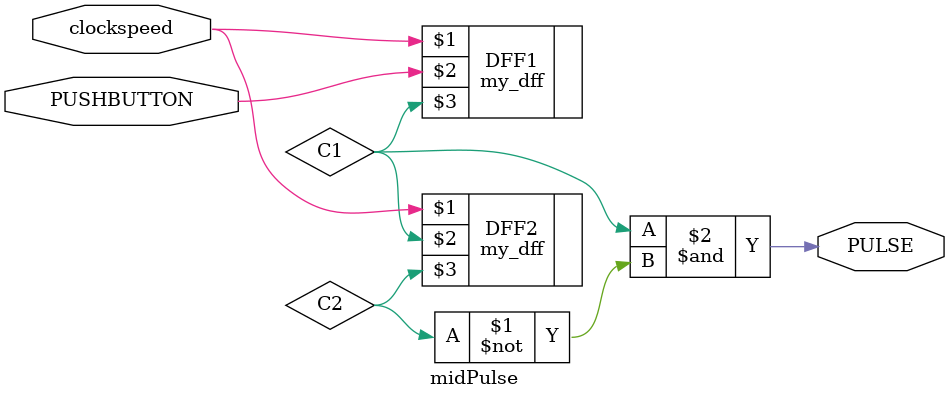
<source format=v>
`timescale 1ns / 1ps


module midPulse(
input clockspeed, PUSHBUTTON,output PULSE
    );
    
    wire C1;
    wire C2;
    
    my_dff DFF1 (clockspeed, PUSHBUTTON, C1);
    my_dff DFF2 (clockspeed, C1, C2);
    
    assign PULSE = (C1&~C2);
endmodule

</source>
